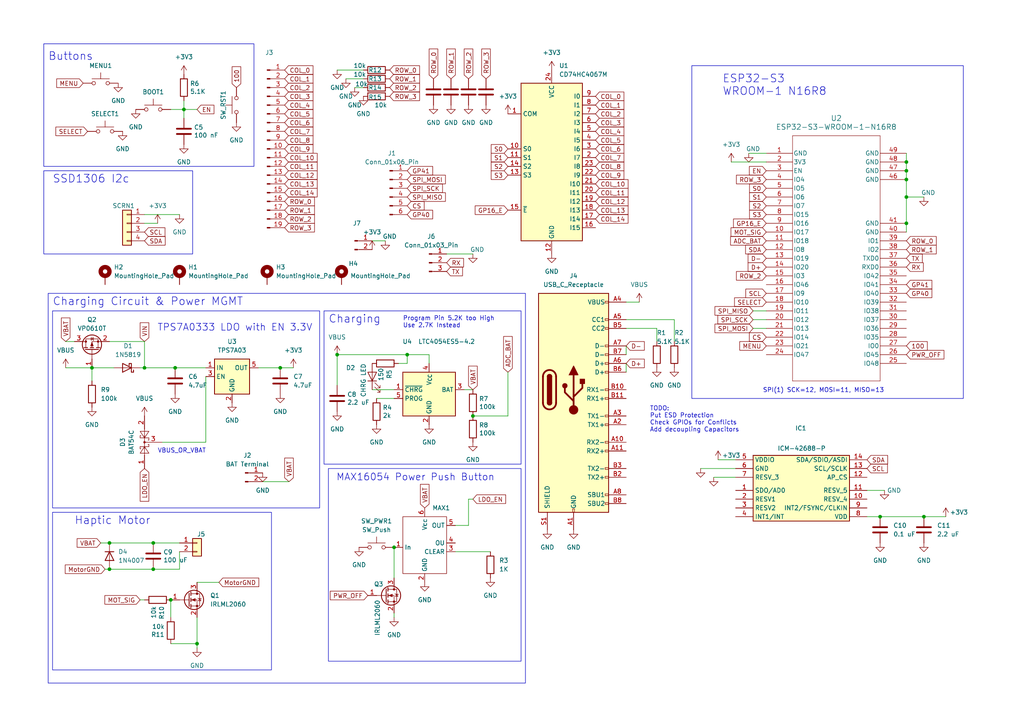
<source format=kicad_sch>
(kicad_sch (version 20250114) (generator "eeschema") (generator_version "9.0")
  (paper "A4")
  (rectangle (start 13.97 85.09) (end 152.4 198.12))
  (rectangle (start 93.98 90.17) (end 151.13 134.62))
  (rectangle (start 200.66 19.05) (end 279.4 115.57))
  (rectangle (start 95.25 135.89) (end 151.13 191.77))
  (rectangle (start 12.7 49.53) (end 55.88 73.66))
  (rectangle (start 15.24 148.59) (end 78.74 194.31))
  (rectangle (start 15.24 90.17) (end 92.71 147.32))
  (rectangle (start 12.7 12.7) (end 73.66 48.26))
  (text "Charging Circuit & Power MGMT" (at 15.24 88.9 0) (effects (font (size 2.27 2.27)) (justify left bottom)))
  (text "Haptic Motor" (at 21.59 152.4 0) (effects (font (size 2.27 2.27)) (justify left bottom)))
  (text "Buttons" (at 13.97 17.78 0) (effects (font (size 2.27 2.27)) (justify left bottom)))
  (text "ESP32-S3\nWROOM-1 N16R8" (at 209.55 27.94 0) (effects (font (size 2.27 2.27)) (justify left bottom)))
  (text "TODO:\nPut ESD Protection\nCheck GPIOs for Conflicts\nAdd decoupling Capacitors" (at 188.468 125.476 0) (effects (font (size 1.27 1.27)) (justify left bottom)))
  (text "TPS7A0333 LDO with EN 3.3V" (at 90.678 96.266 0) (effects (font (size 2 2)) (justify right bottom)))
  (text "SPI(1) SCK=12, MOSI=11, MISO=13" (at 221.234 114.046 0) (effects (font (size 1.27 1.27)) (justify left bottom)))
  (text "SSD1306 I2c" (at 15.24 53.34 0) (effects (font (size 2.27 2.27)) (justify left bottom)))
  (text "Program Pin 5.2K too High\nUse 2.7K Instead\n" (at 116.84 95.25 0) (effects (font (size 1.27 1.27)) (justify left bottom)))
  (text "MAX16054 Power Push Button" (at 143.51 139.7 0) (effects (font (size 2 2)) (justify right bottom)))
  (text "VBUS_OR_VBAT" (at 45.72 131.572 0) (effects (font (size 1.27 1.27)) (justify left bottom)))
  (text "Charging\n" (at 95.25 93.98 0) (effects (font (size 2.27 2.27)) (justify left bottom)))
  (junction (at 262.89 52.07))
  (junction (at 262.89 49.53))
  (junction (at 262.89 57.15))
  (junction (at 97.79 102.87))
  (junction (at 31.75 165.1))
  (junction (at 262.89 64.77))
  (junction (at 50.8 106.68))
  (junction (at 114.3 158.75))
  (junction (at 137.16 120.65))
  (junction (at 118.11 102.87))
  (junction (at 49.53 173.99))
  (junction (at 262.89 46.99))
  (junction (at 53.34 31.75))
  (junction (at 44.45 157.48))
  (junction (at 26.67 106.68))
  (junction (at 44.45 165.1))
  (junction (at 267.97 149.86))
  (junction (at 31.75 157.48))
  (junction (at 255.27 149.86))
  (junction (at 81.28 106.68))
  (junction (at 57.15 186.69))
  (junction (at 41.91 106.68))
  (wire (pts (xy 26.67 106.68) (xy 26.67 110.49)))
  (wire (pts (xy 40.64 106.68) (xy 41.91 106.68)))
  (wire (pts (xy 41.91 106.68) (xy 50.8 106.68)))
  (wire (pts (xy 262.89 64.77) (xy 262.89 67.31)))
  (wire (pts (xy 57.15 186.69) (xy 57.15 179.07)))
  (wire (pts (xy 218.44 90.17) (xy 222.25 90.17)))
  (wire (pts (xy 262.89 57.15) (xy 262.89 64.77)))
  (wire (pts (xy 52.07 165.1) (xy 44.45 165.1)))
  (wire (pts (xy 118.11 105.41) (xy 118.11 102.87)))
  (wire (pts (xy 208.28 133.35) (xy 213.36 133.35)))
  (wire (pts (xy 19.05 106.68) (xy 26.67 106.68)))
  (wire (pts (xy 53.34 31.75) (xy 53.34 34.29)))
  (wire (pts (xy 262.89 44.45) (xy 262.89 46.99)))
  (wire (pts (xy 118.11 102.87) (xy 124.46 102.87)))
  (wire (pts (xy 46.99 128.27) (xy 59.69 128.27)))
  (wire (pts (xy 147.32 107.95) (xy 147.32 120.65)))
  (wire (pts (xy 49.53 186.69) (xy 57.15 186.69)))
  (wire (pts (xy 124.46 102.87) (xy 124.46 105.41)))
  (wire (pts (xy 135.89 152.4) (xy 132.08 152.4)))
  (wire (pts (xy 83.82 139.7) (xy 76.2 139.7)))
  (wire (pts (xy 262.89 46.99) (xy 262.89 49.53)))
  (wire (pts (xy 114.3 158.75) (xy 114.3 167.64)))
  (wire (pts (xy 267.97 149.86) (xy 255.27 149.86)))
  (wire (pts (xy 207.01 138.43) (xy 213.36 138.43)))
  (wire (pts (xy 45.72 64.77) (xy 41.91 64.77)))
  (wire (pts (xy 190.5 95.25) (xy 190.5 99.06)))
  (wire (pts (xy 256.54 142.24) (xy 251.46 142.24)))
  (wire (pts (xy 97.79 111.76) (xy 97.79 102.87)))
  (wire (pts (xy 181.61 105.41) (xy 181.61 107.95)))
  (wire (pts (xy 109.22 115.57) (xy 114.3 115.57)))
  (wire (pts (xy 217.17 44.45) (xy 222.25 44.45)))
  (wire (pts (xy 218.44 95.25) (xy 222.25 95.25)))
  (wire (pts (xy 59.69 128.27) (xy 59.69 109.22)))
  (wire (pts (xy 49.53 179.07) (xy 49.53 173.99)))
  (wire (pts (xy 218.44 92.71) (xy 222.25 92.71)))
  (wire (pts (xy 50.8 106.68) (xy 59.69 106.68)))
  (wire (pts (xy 203.2 135.89) (xy 213.36 135.89)))
  (wire (pts (xy 212.09 46.99) (xy 222.25 46.99)))
  (wire (pts (xy 111.76 69.85) (xy 107.95 69.85)))
  (wire (pts (xy 102.87 25.4) (xy 105.41 25.4)))
  (wire (pts (xy 53.34 29.21) (xy 53.34 31.75)))
  (wire (pts (xy 19.05 99.06) (xy 21.59 99.06)))
  (wire (pts (xy 137.16 120.65) (xy 147.32 120.65)))
  (wire (pts (xy 41.91 99.06) (xy 41.91 106.68)))
  (wire (pts (xy 53.34 31.75) (xy 57.15 31.75)))
  (wire (pts (xy 49.53 31.75) (xy 53.34 31.75)))
  (wire (pts (xy 31.75 99.06) (xy 41.91 99.06)))
  (wire (pts (xy 181.61 100.33) (xy 181.61 102.87)))
  (wire (pts (xy 41.91 173.99) (xy 40.64 173.99)))
  (wire (pts (xy 85.09 106.68) (xy 81.28 106.68)))
  (wire (pts (xy 135.89 144.78) (xy 135.89 152.4)))
  (wire (pts (xy 115.57 105.41) (xy 118.11 105.41)))
  (wire (pts (xy 31.75 157.48) (xy 44.45 157.48)))
  (wire (pts (xy 137.16 73.66) (xy 129.54 73.66)))
  (wire (pts (xy 44.45 165.1) (xy 31.75 165.1)))
  (wire (pts (xy 97.79 20.32) (xy 105.41 20.32)))
  (wire (pts (xy 107.95 113.03) (xy 114.3 113.03)))
  (wire (pts (xy 255.27 149.86) (xy 251.46 149.86)))
  (wire (pts (xy 44.45 157.48) (xy 52.07 157.48)))
  (wire (pts (xy 31.75 165.1) (xy 30.48 165.1)))
  (wire (pts (xy 29.21 157.48) (xy 31.75 157.48)))
  (wire (pts (xy 100.33 22.86) (xy 105.41 22.86)))
  (wire (pts (xy 262.89 49.53) (xy 262.89 52.07)))
  (wire (pts (xy 267.97 57.15) (xy 262.89 57.15)))
  (wire (pts (xy 81.28 106.68) (xy 74.93 106.68)))
  (wire (pts (xy 274.32 149.86) (xy 267.97 149.86)))
  (wire (pts (xy 137.16 144.78) (xy 135.89 144.78)))
  (wire (pts (xy 132.08 160.02) (xy 142.24 160.02)))
  (wire (pts (xy 114.3 177.8) (xy 114.3 179.07)))
  (wire (pts (xy 262.89 52.07) (xy 262.89 57.15)))
  (wire (pts (xy 57.15 187.96) (xy 57.15 186.69)))
  (wire (pts (xy 181.61 95.25) (xy 190.5 95.25)))
  (wire (pts (xy 52.07 62.23) (xy 41.91 62.23)))
  (wire (pts (xy 195.58 92.71) (xy 195.58 99.06)))
  (wire (pts (xy 26.67 106.68) (xy 33.02 106.68)))
  (wire (pts (xy 185.42 87.63) (xy 181.61 87.63)))
  (wire (pts (xy 52.07 160.02) (xy 52.07 165.1)))
  (wire (pts (xy 63.5 168.91) (xy 57.15 168.91)))
  (wire (pts (xy 97.79 102.87) (xy 118.11 102.87)))
  (wire (pts (xy 134.62 113.03) (xy 137.16 113.03)))
  (wire (pts (xy 181.61 92.71) (xy 195.58 92.71)))
  (global_label "ROW_1" (shape input) (at 113.03 22.86 0) (property "Intersheetrefs" "${INTERSHEET_REFS}" (effects (hide yes))))
  (global_label "ROW_0" (shape input) (at 82.55 58.42 0) (property "Intersheetrefs" "${INTERSHEET_REFS}" (effects (hide yes))))
  (global_label "SPI_MOSI" (shape input) (at 118.11 52.07 0) (property "Intersheetrefs" "${INTERSHEET_REFS}" (effects (hide yes))))
  (global_label "ADC_BAT" (shape input) (at 222.25 69.85 180) (property "Intersheetrefs" "${INTERSHEET_REFS}" (effects (hide yes))))
  (global_label "COL_12" (shape input) (at 172.72 58.42 0) (property "Intersheetrefs" "${INTERSHEET_REFS}" (effects (hide yes))))
  (global_label "ROW_1" (shape input) (at 82.55 60.96 0) (property "Intersheetrefs" "${INTERSHEET_REFS}" (effects (hide yes))))
  (global_label "PWR_OFF" (shape input) (at 106.68 172.72 180) (property "Intersheetrefs" "${INTERSHEET_REFS}" (effects (hide yes))))
  (global_label "D-" (shape input) (at 222.25 74.93 180) (property "Intersheetrefs" "${INTERSHEET_REFS}" (effects (hide yes))))
  (global_label "COL_10" (shape input) (at 172.72 53.34 0) (property "Intersheetrefs" "${INTERSHEET_REFS}" (effects (hide yes))))
  (global_label "GP40" (shape input) (at 118.11 62.23 0) (property "Intersheetrefs" "${INTERSHEET_REFS}" (effects (hide yes))))
  (global_label "COL_7" (shape input) (at 172.72 45.72 0) (property "Intersheetrefs" "${INTERSHEET_REFS}" (effects (hide yes))))
  (global_label "CS" (shape input) (at 118.11 59.69 0) (property "Intersheetrefs" "${INTERSHEET_REFS}" (effects (hide yes))))
  (global_label "100" (shape input) (at 68.58 25.4 90) (property "Intersheetrefs" "${INTERSHEET_REFS}" (effects (hide yes))))
  (global_label "COL_4" (shape input) (at 82.55 30.48 0) (property "Intersheetrefs" "${INTERSHEET_REFS}" (effects (hide yes))))
  (global_label "D+" (shape input) (at 181.61 105.41 0) (property "Intersheetrefs" "${INTERSHEET_REFS}" (effects (hide yes))))
  (global_label "MotorGND" (shape input) (at 63.5 168.91 0) (property "Intersheetrefs" "${INTERSHEET_REFS}" (effects (hide yes))))
  (global_label "SPI_SCK" (shape input) (at 118.11 54.61 0) (property "Intersheetrefs" "${INTERSHEET_REFS}" (effects (hide yes))))
  (global_label "S0" (shape input) (at 222.25 54.61 180) (property "Intersheetrefs" "${INTERSHEET_REFS}" (effects (hide yes))))
  (global_label "S0" (shape input) (at 147.32 43.18 180) (property "Intersheetrefs" "${INTERSHEET_REFS}" (effects (hide yes))))
  (global_label "COL_5" (shape input) (at 82.55 33.02 0) (property "Intersheetrefs" "${INTERSHEET_REFS}" (effects (hide yes))))
  (global_label "GP41" (shape input) (at 262.89 82.55 0) (property "Intersheetrefs" "${INTERSHEET_REFS}" (effects (hide yes))))
  (global_label "D+" (shape input) (at 222.25 77.47 180) (property "Intersheetrefs" "${INTERSHEET_REFS}" (effects (hide yes))))
  (global_label "D-" (shape input) (at 181.61 100.33 0) (property "Intersheetrefs" "${INTERSHEET_REFS}" (effects (hide yes))))
  (global_label "SPI_MOSI" (shape input) (at 218.44 95.25 180) (property "Intersheetrefs" "${INTERSHEET_REFS}" (effects (hide yes))))
  (global_label "ROW_3" (shape input) (at 140.97 22.86 90) (property "Intersheetrefs" "${INTERSHEET_REFS}" (effects (hide yes))))
  (global_label "ROW_2" (shape input) (at 113.03 25.4 0) (property "Intersheetrefs" "${INTERSHEET_REFS}" (effects (hide yes))))
  (global_label "ROW_3" (shape input) (at 222.25 52.07 180) (property "Intersheetrefs" "${INTERSHEET_REFS}" (effects (hide yes))))
  (global_label "COL_0" (shape input) (at 82.55 20.32 0) (property "Intersheetrefs" "${INTERSHEET_REFS}" (effects (hide yes))))
  (global_label "VBAT" (shape input) (at 29.21 157.48 180) (property "Intersheetrefs" "${INTERSHEET_REFS}" (effects (hide yes))))
  (global_label "TX" (shape input) (at 262.89 74.93 0) (property "Intersheetrefs" "${INTERSHEET_REFS}" (effects (hide yes))))
  (global_label "MOT_SIG" (shape input) (at 222.25 67.31 180) (property "Intersheetrefs" "${INTERSHEET_REFS}" (effects (hide yes))))
  (global_label "RX" (shape input) (at 129.54 76.2 0) (property "Intersheetrefs" "${INTERSHEET_REFS}" (effects (hide yes))))
  (global_label "SDA" (shape input) (at 41.91 69.85 0) (property "Intersheetrefs" "${INTERSHEET_REFS}" (effects (hide yes))))
  (global_label "COL_2" (shape input) (at 82.55 25.4 0) (property "Intersheetrefs" "${INTERSHEET_REFS}" (effects (hide yes))))
  (global_label "PWR_OFF" (shape input) (at 262.89 102.87 0) (property "Intersheetrefs" "${INTERSHEET_REFS}" (effects (hide yes))))
  (global_label "COL_0" (shape input) (at 172.72 27.94 0) (property "Intersheetrefs" "${INTERSHEET_REFS}" (effects (hide yes))))
  (global_label "COL_13" (shape input) (at 82.55 53.34 0) (property "Intersheetrefs" "${INTERSHEET_REFS}" (effects (hide yes))))
  (global_label "COL_8" (shape input) (at 82.55 40.64 0) (property "Intersheetrefs" "${INTERSHEET_REFS}" (effects (hide yes))))
  (global_label "RX" (shape input) (at 262.89 77.47 0) (property "Intersheetrefs" "${INTERSHEET_REFS}" (effects (hide yes))))
  (global_label "COL_11" (shape input) (at 82.55 48.26 0) (property "Intersheetrefs" "${INTERSHEET_REFS}" (effects (hide yes))))
  (global_label "SPI_MISO" (shape input) (at 118.11 57.15 0) (property "Intersheetrefs" "${INTERSHEET_REFS}" (effects (hide yes))))
  (global_label "COL_6" (shape input) (at 172.72 43.18 0) (property "Intersheetrefs" "${INTERSHEET_REFS}" (effects (hide yes))))
  (global_label "ROW_2" (shape input) (at 135.89 22.86 90) (property "Intersheetrefs" "${INTERSHEET_REFS}" (effects (hide yes))))
  (global_label "SELECT" (shape input) (at 222.25 87.63 180) (property "Intersheetrefs" "${INTERSHEET_REFS}" (effects (hide yes))))
  (global_label "COL_9" (shape input) (at 82.55 43.18 0) (property "Intersheetrefs" "${INTERSHEET_REFS}" (effects (hide yes))))
  (global_label "COL_5" (shape input) (at 172.72 40.64 0) (property "Intersheetrefs" "${INTERSHEET_REFS}" (effects (hide yes))))
  (global_label "COL_10" (shape input) (at 82.55 45.72 0) (property "Intersheetrefs" "${INTERSHEET_REFS}" (effects (hide yes))))
  (global_label "SCL" (shape input) (at 251.46 135.89 0) (property "Intersheetrefs" "${INTERSHEET_REFS}" (effects (hide yes))))
  (global_label "ROW_2" (shape input) (at 222.25 80.01 180) (property "Intersheetrefs" "${INTERSHEET_REFS}" (effects (hide yes))))
  (global_label "VIN" (shape input) (at 41.91 99.06 90) (property "Intersheetrefs" "${INTERSHEET_REFS}" (effects (hide yes))))
  (global_label "SCL" (shape input) (at 222.25 85.09 180) (property "Intersheetrefs" "${INTERSHEET_REFS}" (effects (hide yes))))
  (global_label "MotorGND" (shape input) (at 30.48 165.1 180) (property "Intersheetrefs" "${INTERSHEET_REFS}" (effects (hide yes))))
  (global_label "SPI_MISO" (shape input) (at 218.44 90.17 180) (property "Intersheetrefs" "${INTERSHEET_REFS}" (effects (hide yes))))
  (global_label "VBAT" (shape input) (at 123.19 147.32 90) (property "Intersheetrefs" "${INTERSHEET_REFS}" (effects (hide yes))))
  (global_label "COL_2" (shape input) (at 172.72 33.02 0) (property "Intersheetrefs" "${INTERSHEET_REFS}" (effects (hide yes))))
  (global_label "ROW_3" (shape input) (at 82.55 66.04 0) (property "Intersheetrefs" "${INTERSHEET_REFS}" (effects (hide yes))))
  (global_label "MENU" (shape input) (at 222.25 100.33 180) (property "Intersheetrefs" "${INTERSHEET_REFS}" (effects (hide yes))))
  (global_label "S1" (shape input) (at 222.25 57.15 180) (property "Intersheetrefs" "${INTERSHEET_REFS}" (effects (hide yes))))
  (global_label "100" (shape input) (at 262.89 100.33 0) (property "Intersheetrefs" "${INTERSHEET_REFS}" (effects (hide yes))))
  (global_label "COL_1" (shape input) (at 82.55 22.86 0) (property "Intersheetrefs" "${INTERSHEET_REFS}" (effects (hide yes))))
  (global_label "SDA" (shape input) (at 251.46 133.35 0) (property "Intersheetrefs" "${INTERSHEET_REFS}" (effects (hide yes))))
  (global_label "CS" (shape input) (at 222.25 97.79 180) (property "Intersheetrefs" "${INTERSHEET_REFS}" (effects (hide yes))))
  (global_label "GP16_E" (shape input) (at 222.25 64.77 180) (property "Intersheetrefs" "${INTERSHEET_REFS}" (effects (hide yes))))
  (global_label "EN" (shape input) (at 222.25 49.53 180) (property "Intersheetrefs" "${INTERSHEET_REFS}" (effects (hide yes))))
  (global_label "ROW_1" (shape input) (at 262.89 72.39 0) (property "Intersheetrefs" "${INTERSHEET_REFS}" (effects (hide yes))))
  (global_label "S3" (shape input) (at 222.25 62.23 180) (property "Intersheetrefs" "${INTERSHEET_REFS}" (effects (hide yes))))
  (global_label "COL_7" (shape input) (at 82.55 38.1 0) (property "Intersheetrefs" "${INTERSHEET_REFS}" (effects (hide yes))))
  (global_label "MENU" (shape input) (at 24.13 24.13 180) (property "Intersheetrefs" "${INTERSHEET_REFS}" (effects (hide yes))))
  (global_label "COL_1" (shape input) (at 172.72 30.48 0) (property "Intersheetrefs" "${INTERSHEET_REFS}" (effects (hide yes))))
  (global_label "SPI_SCK" (shape input) (at 218.44 92.71 180) (property "Intersheetrefs" "${INTERSHEET_REFS}" (effects (hide yes))))
  (global_label "SELECT" (shape input) (at 25.4 38.1 180) (property "Intersheetrefs" "${INTERSHEET_REFS}" (effects (hide yes))))
  (global_label "COL_12" (shape input) (at 82.55 50.8 0) (property "Intersheetrefs" "${INTERSHEET_REFS}" (effects (hide yes))))
  (global_label "COL_9" (shape input) (at 172.72 50.8 0) (property "Intersheetrefs" "${INTERSHEET_REFS}" (effects (hide yes))))
  (global_label "GP16_E" (shape input) (at 147.32 60.96 180) (property "Intersheetrefs" "${INTERSHEET_REFS}" (effects (hide yes))))
  (global_label "COL_14" (shape input) (at 82.55 55.88 0) (property "Intersheetrefs" "${INTERSHEET_REFS}" (effects (hide yes))))
  (global_label "COL_3" (shape input) (at 172.72 35.56 0) (property "Intersheetrefs" "${INTERSHEET_REFS}" (effects (hide yes))))
  (global_label "ADC_BAT" (shape input) (at 147.32 107.95 90) (property "Intersheetrefs" "${INTERSHEET_REFS}" (effects (hide yes))))
  (global_label "COL_11" (shape input) (at 172.72 55.88 0) (property "Intersheetrefs" "${INTERSHEET_REFS}" (effects (hide yes))))
  (global_label "VBAT" (shape input) (at 83.82 139.7 90) (property "Intersheetrefs" "${INTERSHEET_REFS}" (effects (hide yes))))
  (global_label "ROW_3" (shape input) (at 113.03 27.94 0) (property "Intersheetrefs" "${INTERSHEET_REFS}" (effects (hide yes))))
  (global_label "LDO_EN" (shape input) (at 41.91 135.89 270) (property "Intersheetrefs" "${INTERSHEET_REFS}" (effects (hide yes))))
  (global_label "ROW_0" (shape input) (at 113.03 20.32 0) (property "Intersheetrefs" "${INTERSHEET_REFS}" (effects (hide yes))))
  (global_label "COL_4" (shape input) (at 172.72 38.1 0) (property "Intersheetrefs" "${INTERSHEET_REFS}" (effects (hide yes))))
  (global_label "VBAT" (shape input) (at 19.05 99.06 90) (property "Intersheetrefs" "${INTERSHEET_REFS}" (effects (hide yes))))
  (global_label "ROW_1" (shape input) (at 130.81 22.86 90) (property "Intersheetrefs" "${INTERSHEET_REFS}" (effects (hide yes))))
  (global_label "TX" (shape input) (at 129.54 78.74 0) (property "Intersheetrefs" "${INTERSHEET_REFS}" (effects (hide yes))))
  (global_label "LDO_EN" (shape input) (at 137.16 144.78 0) (property "Intersheetrefs" "${INTERSHEET_REFS}" (effects (hide yes))))
  (global_label "SCL" (shape input) (at 41.91 67.31 0) (property "Intersheetrefs" "${INTERSHEET_REFS}" (effects (hide yes))))
  (global_label "EN" (shape input) (at 57.15 31.75 0) (property "Intersheetrefs" "${INTERSHEET_REFS}" (effects (hide yes))))
  (global_label "S1" (shape input) (at 147.32 45.72 180) (property "Intersheetrefs" "${INTERSHEET_REFS}" (effects (hide yes))))
  (global_label "GP41" (shape input) (at 118.11 49.53 0) (property "Intersheetrefs" "${INTERSHEET_REFS}" (effects (hide yes))))
  (global_label "SDA" (shape input) (at 222.25 72.39 180) (property "Intersheetrefs" "${INTERSHEET_REFS}" (effects (hide yes))))
  (global_label "COL_6" (shape input) (at 82.55 35.56 0) (property "Intersheetrefs" "${INTERSHEET_REFS}" (effects (hide yes))))
  (global_label "GP40" (shape input) (at 262.89 85.09 0) (property "Intersheetrefs" "${INTERSHEET_REFS}" (effects (hide yes))))
  (global_label "S3" (shape input) (at 147.32 50.8 180) (property "Intersheetrefs" "${INTERSHEET_REFS}" (effects (hide yes))))
  (global_label "COL_13" (shape input) (at 172.72 60.96 0) (property "Intersheetrefs" "${INTERSHEET_REFS}" (effects (hide yes))))
  (global_label "S2" (shape input) (at 147.32 48.26 180) (property "Intersheetrefs" "${INTERSHEET_REFS}" (effects (hide yes))))
  (global_label "COL_14" (shape input) (at 172.72 63.5 0) (property "Intersheetrefs" "${INTERSHEET_REFS}" (effects (hide yes))))
  (global_label "MOT_SIG" (shape input) (at 40.64 173.99 180) (property "Intersheetrefs" "${INTERSHEET_REFS}" (effects (hide yes))))
  (global_label "ROW_2" (shape input) (at 82.55 63.5 0) (property "Intersheetrefs" "${INTERSHEET_REFS}" (effects (hide yes))))
  (global_label "VBAT" (shape input) (at 137.16 113.03 90) (property "Intersheetrefs" "${INTERSHEET_REFS}" (effects (hide yes))))
  (global_label "S2" (shape input) (at 222.25 59.69 180) (property "Intersheetrefs" "${INTERSHEET_REFS}" (effects (hide yes))))
  (global_label "COL_8" (shape input) (at 172.72 48.26 0) (property "Intersheetrefs" "${INTERSHEET_REFS}" (effects (hide yes))))
  (global_label "COL_3" (shape input) (at 82.55 27.94 0) (property "Intersheetrefs" "${INTERSHEET_REFS}" (effects (hide yes))))
  (global_label "ROW_0" (shape input) (at 125.73 22.86 90) (property "Intersheetrefs" "${INTERSHEET_REFS}" (effects (hide yes))))
  (global_label "ROW_0" (shape input) (at 262.89 69.85 0) (property "Intersheetrefs" "${INTERSHEET_REFS}" (effects (hide yes))))
  (symbol (lib_id "Switch:SW_Push") (at 68.58 30.48 90) (unit 1)
    (property "Reference" "SW_RST1" (at 64.77 30.48 0))
    (property "Value" "SW_Push" (effects (hide yes)))
    (property "Footprint" "OpenMuscleDevKit:EVQP2P02M" (effects (hide yes)))
  )
  (symbol (lib_id "Switch:SW_Push") (at 44.45 31.75 0) (unit 1)
    (property "Reference" "BOOT1" (at 44.45 26.67 0))
    (property "Value" "SW_Push" (effects (hide yes)))
    (property "Footprint" "OpenMuscleDevKit:EVQP2P02M" (effects (hide yes)))
  )
  (symbol (lib_id "power:GND") (at 97.79 119.38 0) (unit 1)
    (property "Reference" "#PWR034" (effects (hide yes)))
    (property "Value" "GND" (at 97.79 124.46 0))
  )
  (symbol (lib_id "Device:R") (at 109.22 20.32 90) (unit 1)
    (property "Reference" "R12" (at 110.744 20.32 90) (effects (justify left)))
    (property "Value" "10k" (at 106.172 19.05 90) (effects (justify left)))
    (property "Footprint" "Resistor_SMD:R_0603_1608Metric" (effects (hide yes)))
    (property "JLCPN" "C25905" (effects (hide yes)))
  )
  (symbol (lib_id "Device:C") (at 255.27 153.67 0) (unit 1)
    (property "Reference" "C10" (at 259.08 152.3999 0) (effects (justify left)))
    (property "Value" "0.1 uF" (at 259.08 154.9399 0) (effects (justify left)))
    (property "Footprint" "Capacitor_SMD:C_0603_1608Metric" (effects (hide yes)))
  )
  (symbol (lib_id "power:GND") (at 135.89 30.48 0) (unit 1)
    (property "Reference" "#PWR014" (effects (hide yes)))
    (property "Value" "GND" (at 135.89 35.56 0))
    (property "Description" "Power symbol creates a global label with name \"GND\" , ground" (effects (hide yes)))
  )
  (symbol (lib_id "Device:R") (at 109.22 22.86 90) (unit 1)
    (property "Reference" "R13" (at 110.744 22.86 90) (effects (justify left)))
    (property "Value" "10k" (at 106.172 21.59 90) (effects (justify left)))
    (property "Footprint" "Resistor_SMD:R_0603_1608Metric" (effects (hide yes)))
    (property "JLCPN" "C25905" (effects (hide yes)))
  )
  (symbol (lib_id "ChargingStuffsLib:MAX16054") (at 123.19 152.4 0) (unit 1)
    (property "Reference" "MAX1" (at 125.3841 147.32 0) (effects (justify left)))
    (property "Value" "~" (at 123.19 152.4 0))
    (property "Footprint" "Package_TO_SOT_SMD:SOT-23-6" (effects (hide yes)))
  )
  (symbol (lib_id "Device:R") (at 137.16 116.84 0) (unit 1)
    (property "Reference" "R7" (at 138.938 115.6716 0) (effects (justify left)))
    (property "Value" "100k" (at 138.938 117.983 0) (effects (justify left)))
    (property "Footprint" "Resistor_SMD:R_0603_1608Metric" (effects (hide yes)))
    (property "JLCPN" "C25905" (effects (hide yes)))
  )
  (symbol (lib_id "power:GND") (at 125.73 30.48 0) (unit 1)
    (property "Reference" "#PWR010" (effects (hide yes)))
    (property "Value" "GND" (at 125.73 35.56 0))
    (property "Description" "Power symbol creates a global label with name \"GND\" , ground" (effects (hide yes)))
  )
  (symbol (lib_id "power:GND") (at 158.75 153.67 0) (unit 1)
    (property "Reference" "#PWR019" (effects (hide yes)))
    (property "Value" "GND" (at 158.75 158.75 0))
  )
  (symbol (lib_id "Device:R") (at 109.22 27.94 90) (unit 1)
    (property "Reference" "R15" (at 110.744 28.194 90) (effects (justify left)))
    (property "Value" "10k" (at 112.268 30.48 90) (effects (justify left)))
    (property "Footprint" "Resistor_SMD:R_0603_1608Metric" (effects (hide yes)))
    (property "JLCPN" "C25905" (effects (hide yes)))
  )
  (symbol (lib_id "Device:C") (at 81.28 110.49 0) (unit 1)
    (property "Reference" "C7" (at 85.09 109.22 0) (effects (justify left)))
    (property "Value" "4.7uF" (at 85.09 111.76 0) (effects (justify left)))
    (property "Footprint" "Capacitor_SMD:C_0805_2012Metric" (effects (hide yes)))
  )
  (symbol (lib_id "Device:R") (at 137.16 124.46 0) (unit 1)
    (property "Reference" "R8" (at 138.938 123.2916 0) (effects (justify left)))
    (property "Value" "100k" (at 138.938 125.603 0) (effects (justify left)))
    (property "Footprint" "Resistor_SMD:R_0603_1608Metric" (effects (hide yes)))
    (property "JLCPN" "C25905" (effects (hide yes)))
  )
  (symbol (lib_id "power:GND") (at 57.15 187.96 0) (unit 1)
    (property "Reference" "#PWR057" (effects (hide yes)))
    (property "Value" "GND" (at 57.15 193.04 0))
  )
  (symbol (lib_id "power:GND") (at 104.14 158.75 0) (unit 1)
    (property "Reference" "#PWR022" (effects (hide yes)))
    (property "Value" "GND" (at 104.14 163.83 0))
  )
  (symbol (lib_id "power:GND") (at 195.58 106.68 0) (unit 1)
    (property "Reference" "#PWR047" (effects (hide yes)))
    (property "Value" "GND" (at 195.58 111.76 0))
  )
  (symbol (lib_id "Device:R") (at 190.5 102.87 0) (unit 1)
    (property "Reference" "R1" (at 190.5 96.52 0) (effects (justify left)))
    (property "Value" "5.1K" (at 190.5 99.06 0) (effects (justify left)))
    (property "Footprint" "Resistor_SMD:R_0603_1608Metric" (effects (hide yes)))
    (property "JLCPN" "C25905" (effects (hide yes)))
  )
  (symbol (lib_id "power:VBUS") (at 41.91 120.65 0) (unit 1)
    (property "Reference" "#PWR056" (effects (hide yes)))
    (property "Value" "VBUS" (at 41.91 115.57 0))
  )
  (symbol (lib_id "Regulator_Linear:TPS7A0508PDBV") (at 67.31 109.22 0) (unit 1)
    (property "Reference" "U3" (at 67.31 99.06 0))
    (property "Value" "TPS7A03" (at 67.31 101.6 0))
    (property "Footprint" "Package_TO_SOT_SMD:SOT-23-5" (effects (hide yes)))
    (property "Datasheet" "https://www.ti.com/lit/ds/symlink/tps7a05.pdf" (effects (hide yes)))
  )
  (symbol (lib_id "Diode:1N4007") (at 31.75 161.29 270) (unit 1)
    (property "Reference" "D4" (at 34.29 160.02 90) (effects (justify left)))
    (property "Value" "1N4007" (at 34.29 162.56 90) (effects (justify left)))
    (property "Footprint" "Diode_SMD:D_SOD-123" (effects (hide yes)))
    (property "Datasheet" "http://www.vishay.com/docs/88503/1n4001.pdf" (effects (hide yes)))
    (property "Sim.Device" "D" (effects (hide yes)))
    (property "Sim.Pins" "1=K 2=A" (effects (hide yes)))
  )
  (symbol (lib_id "power:GND") (at 50.8 114.3 0) (unit 1)
    (property "Reference" "#PWR024" (effects (hide yes)))
    (property "Value" "GND" (at 50.8 119.38 0))
  )
  (symbol (lib_id "Device:C") (at 50.8 110.49 0) (unit 1)
    (property "Reference" "C6" (at 54.61 109.22 0) (effects (justify left)))
    (property "Value" "4.7uF" (at 54.61 111.76 0) (effects (justify left)))
    (property "Footprint" "Capacitor_SMD:C_0805_2012Metric" (effects (hide yes)))
  )
  (symbol (lib_id "Device:C") (at 140.97 26.67 180) (unit 1)
    (property "Reference" "C15" (effects (hide yes)))
    (property "Value" "2.2 uF" (effects (hide yes)))
    (property "Footprint" "Capacitor_SMD:C_0603_1608Metric" (effects (hide yes)))
    (property "JLCPN" "C12530" (effects (hide yes)))
  )
  (symbol (lib_id "Device:R") (at 45.72 173.99 270) (unit 1)
    (property "Reference" "R10" (at 46.8884 175.768 0) (effects (justify left)))
    (property "Value" "10k" (at 44.577 175.768 0) (effects (justify left)))
    (property "Footprint" "Resistor_SMD:R_0603_1608Metric" (effects (hide yes)))
    (property "JLCPN" "C25744" (effects (hide yes)))
  )
  (symbol (lib_id "power:+3V3") (at 53.34 21.59 0) (unit 1)
    (property "Reference" "#PWR050" (effects (hide yes)))
    (property "Value" "+3V3" (at 53.34 16.51 0))
  )
  (symbol (lib_id "power:GND") (at 34.29 24.13 0) (unit 1)
    (property "Reference" "#PWR036" (effects (hide yes)))
    (property "Value" "GND" (at 34.29 29.21 0))
  )
  (symbol (lib_id "power:+3V3") (at 147.32 33.02 0) (unit 1)
    (property "Reference" "#PWR069" (effects (hide yes)))
    (property "Value" "+3V3" (at 147.32 27.94 0))
  )
  (symbol (lib_id "power:GND") (at 255.27 157.48 0) (unit 1)
    (property "Reference" "#PWR061" (effects (hide yes)))
    (property "Value" "GND" (at 255.27 162.56 0))
  )
  (symbol (lib_id "power:GND") (at 100.33 22.86 0) (unit 1)
    (property "Reference" "#PWR08" (effects (hide yes)))
    (property "Value" "GND" (at 100.33 27.94 0))
    (property "Description" "Power symbol creates a global label with name \"GND\" , ground" (effects (hide yes)))
  )
  (symbol (lib_id "Connector:Conn_01x19_Pin") (at 77.47 43.18 0) (unit 1)
    (property "Reference" "J3" (at 78.105 15.24 0))
    (property "Value" "Conn_01x19_Pin" (effects (hide yes)))
    (property "Footprint" "OpenMuscleDevKit:FFC-19-.6mmP" (effects (hide yes)))
    (property "Description" "Generic connector, single row, 01x19, script generated" (effects (hide yes)))
  )
  (symbol (lib_id "power:GND") (at 109.22 123.19 0) (unit 1)
    (property "Reference" "#PWR035" (effects (hide yes)))
    (property "Value" "GND" (at 109.22 128.27 0))
  )
  (symbol (lib_id "power:+3V3") (at 212.09 46.99 0) (unit 1)
    (property "Reference" "#PWR054" (effects (hide yes)))
    (property "Value" "+3V3" (at 212.09 41.91 0))
  )
  (symbol (lib_id "Transistor_FET:VP0610T") (at 26.67 101.6 90) (unit 1)
    (property "Reference" "Q2" (at 26.67 92.71 90))
    (property "Value" "VP0610T" (at 26.67 95.25 90))
    (property "Footprint" "Package_TO_SOT_SMD:SOT-23" (effects (hide yes)))
    (property "Datasheet" "http://www.vishay.com/docs/70209/70209.pdf" (effects (hide yes)))
  )
  (symbol (lib_id "ICM-42688-P:ICM-42688-P") (at 213.36 139.7 0) (unit 1)
    (property "Reference" "IC1" (at 230.632 124.206 0) (effects (justify left)))
    (property "Value" "ICM-42688-P" (at 239.522 130.048 0) (effects (justify right)))
    (property "Footprint" "IIM42352" (effects (hide yes)))
    (property "Datasheet" "https://3cfeqx1hf82y3xcoull08ihx-wpengine.netdna-ssl.com/wp-content/uploads/2021/06/DS-000347-ICM-42688-P-v1.5.pdf" (effects (hide yes)))
    (property "Description" "IMU 6-Axis" (effects (hide yes)))
    (property "Mouser Part Number" "410-ICM-42688-P" (effects (hide yes)))
    (property "Mouser Price/Stock" "https://www.mouser.co.uk/ProductDetail/TDK-InvenSense/ICM-42688-P?qs=OlC7AqGiEDk8QrNAV728zw%3D%3D" (effects (hide yes)))
    (property "Manufacturer_Name" "TDK" (effects (hide yes)))
    (property "Manufacturer_Part_Number" "ICM-42688-P" (effects (hide yes)))
  )
  (symbol (lib_id "Battery_Management:LTC4054ES5-4.2") (at 124.46 113.03 0) (unit 1)
    (property "Reference" "U4" (at 118.11 99.06 0))
    (property "Value" "LTC4054ES5-4.2" (at 129.54 99.06 0))
    (property "Footprint" "Package_TO_SOT_SMD:TSOT-23-5" (effects (hide yes)))
    (property "Datasheet" "https://www.analog.com/media/en/technical-documentation/data-sheets/405442xf.pdf" (effects (hide yes)))
  )
  (symbol (lib_id "power:+3V3") (at 45.72 64.77 0) (unit 1)
    (property "Reference" "#PWR043" (effects (hide yes)))
    (property "Value" "+3V3" (at 45.72 59.69 0))
  )
  (symbol (lib_id "Transistor_FET:IRLML2060") (at 111.76 172.72 0) (unit 1)
    (property "Reference" "Q3" (at 108.458 169.418 0) (effects (justify left)))
    (property "Value" "IRLML2060" (at 109.474 184.404 90) (effects (justify left)))
    (property "Footprint" "Package_TO_SOT_SMD:SOT-23" (effects (hide yes)))
    (property "Datasheet" "https://www.infineon.com/dgdl/irlml2060pbf.pdf?fileId=5546d462533600a401535664b7fb25ee" (effects (hide yes)))
  )
  (symbol (lib_id "power:GND") (at 203.2 135.89 0) (unit 1)
    (property "Reference" "#PWR059" (effects (hide yes)))
    (property "Value" "GND" (effects (hide yes)))
  )
  (symbol (lib_id "power:GND") (at 52.07 62.23 0) (unit 1)
    (property "Reference" "#PWR044" (effects (hide yes)))
    (property "Value" "GND" (at 52.07 67.31 0))
  )
  (symbol (lib_id "Device:C") (at 130.81 26.67 180) (unit 1)
    (property "Reference" "C13" (effects (hide yes)))
    (property "Value" "2.2 uF" (effects (hide yes)))
    (property "Footprint" "Capacitor_SMD:C_0603_1608Metric" (effects (hide yes)))
    (property "JLCPN" "C12530" (effects (hide yes)))
  )
  (symbol (lib_id "Mechanical:MountingHole_Pad") (at 77.47 80.01 0) (unit 1) (in_bom no)
    (property "Reference" "H3" (at 80.01 77.4699 0) (effects (justify left)))
    (property "Value" "MountingHole_Pad" (at 80.01 80.0099 0) (effects (justify left)))
    (property "Footprint" "MountingHole:MountingHole_2.2mm_M2" (effects (hide yes)))
    (property "Description" "Mounting Hole with connection" (effects (hide yes)))
  )
  (symbol (lib_id "Mechanical:MountingHole_Pad") (at 30.48 80.01 0) (unit 1) (in_bom no)
    (property "Reference" "H2" (at 33.02 77.4699 0) (effects (justify left)))
    (property "Value" "MountingHole_Pad" (at 33.02 80.0099 0) (effects (justify left)))
    (property "Footprint" "MountingHole:MountingHole_2.2mm_M2" (effects (hide yes)))
    (property "Description" "Mounting Hole with connection" (effects (hide yes)))
  )
  (symbol (lib_id "Device:C") (at 267.97 153.67 0) (unit 1)
    (property "Reference" "C11" (at 271.78 152.3999 0) (effects (justify left)))
    (property "Value" "2.2 uF" (at 271.78 154.9399 0) (effects (justify left)))
    (property "Footprint" "Capacitor_SMD:C_0603_1608Metric" (effects (hide yes)))
  )
  (symbol (lib_id "power:GND") (at 53.34 41.91 0) (unit 1)
    (property "Reference" "#PWR048" (effects (hide yes)))
    (property "Value" "GND" (at 53.34 46.99 0))
  )
  (symbol (lib_id "Connector:USB_C_Receptacle") (at 166.37 113.03 0) (unit 1)
    (property "Reference" "J4" (at 166.37 80.01 0))
    (property "Value" "USB_C_Receptacle" (at 166.37 82.55 0))
    (property "Footprint" "Connector_USB:USB_C_Receptacle_HRO_TYPE-C-31-M-12" (effects (hide yes)))
    (property "Datasheet" "https://www.usb.org/sites/default/files/documents/usb_type-c.zip" (effects (hide yes)))
  )
  (symbol (lib_id "Device:C") (at 135.89 26.67 180) (unit 1)
    (property "Reference" "C14" (effects (hide yes)))
    (property "Value" "2.2 uF" (effects (hide yes)))
    (property "Footprint" "Capacitor_SMD:C_0603_1608Metric" (effects (hide yes)))
    (property "JLCPN" "C12530" (effects (hide yes)))
  )
  (symbol (lib_id "Connector:Conn_01x02_Pin") (at 71.12 137.16 0) (unit 1)
    (property "Reference" "J2" (at 71.755 132.08 0))
    (property "Value" "BAT Terminal" (at 71.755 134.62 0))
    (property "Footprint" "Connector_PinHeader_2.54mm:PinHeader_1x02_P2.54mm_Vertical" (effects (hide yes)))
    (property "Description" "Generic connector, single row, 01x02, script generated" (effects (hide yes)))
  )
  (symbol (lib_id "power:GND") (at 137.16 73.66 0) (unit 1)
    (property "Reference" "#PWR012" (effects (hide yes)))
    (property "Value" "GND" (at 138.43 72.39 0))
  )
  (symbol (lib_id "Switch:SW_Push") (at 30.48 38.1 0) (unit 1)
    (property "Reference" "SELECT1" (at 30.48 33.02 0))
    (property "Value" "SW_Push" (effects (hide yes)))
    (property "Footprint" "OpenMuscleDevKit:EVQP2P02M" (effects (hide yes)))
  )
  (symbol (lib_id "power:GND") (at 267.97 157.48 0) (unit 1)
    (property "Reference" "#PWR062" (effects (hide yes)))
    (property "Value" "GND" (at 267.97 162.56 0))
  )
  (symbol (lib_id "power:+3V3") (at 274.32 149.86 0) (unit 1)
    (property "Reference" "#PWR060" (effects (hide yes)))
    (property "Value" "+3V3" (at 278.13 148.59 0))
  )
  (symbol (lib_id "power:+3V3") (at 160.02 20.32 0) (unit 1)
    (property "Reference" "#PWR068" (effects (hide yes)))
    (property "Value" "+3V3" (at 160.02 15.24 0))
  )
  (symbol (lib_id "power:GND") (at 111.76 69.85 0) (unit 1)
    (property "Reference" "#PWR016" (effects (hide yes)))
    (property "Value" "GND" (at 113.03 68.58 0))
  )
  (symbol (lib_id "Device:R") (at 142.24 163.83 0) (unit 1)
    (property "Reference" "R3" (at 144.78 162.56 0) (effects (justify left)))
    (property "Value" "1K" (at 144.78 165.1 0) (effects (justify left)))
    (property "Footprint" "Resistor_SMD:R_0603_1608Metric" (effects (hide yes)))
  )
  (symbol (lib_id "Connector_Generic:Conn_01x02") (at 57.15 157.48 0) (unit 1)
    (property "Reference" "J5" (at 57.15 154.94 0) (effects (justify left)))
    (property "Value" "Conn_01x02" (effects (hide yes)))
    (property "Footprint" "Connector_PinHeader_2.00mm:PinHeader_1x02_P2.00mm_Vertical" (effects (hide yes)))
  )
  (symbol (lib_id "power:GND") (at 39.37 31.75 0) (unit 1)
    (property "Reference" "#PWR049" (effects (hide yes)))
    (property "Value" "GND" (at 39.37 36.83 0))
  )
  (symbol (lib_id "power:GND") (at 114.3 179.07 0) (unit 1)
    (property "Reference" "#PWR058" (effects (hide yes)))
    (property "Value" "GND" (at 114.3 184.15 0))
  )
  (symbol (lib_id "power:VBUS") (at 97.79 102.87 0) (unit 1)
    (property "Reference" "#PWR033" (effects (hide yes)))
    (property "Value" "VBUS" (at 97.79 97.79 0))
  )
  (symbol (lib_id "Mechanical:MountingHole_Pad") (at 52.07 80.01 0) (unit 1) (in_bom no)
    (property "Reference" "H1" (at 54.61 77.4699 0) (effects (justify left)))
    (property "Value" "MountingHole_Pad" (at 54.61 80.0099 0) (effects (justify left)))
    (property "Footprint" "MountingHole:MountingHole_2.2mm_M2" (effects (hide yes)))
    (property "Description" "Mounting Hole with connection" (effects (hide yes)))
  )
  (symbol (lib_id "Device:R") (at 109.22 119.38 0) (unit 1)
    (property "Reference" "R4" (at 110.998 118.2116 0) (effects (justify left)))
    (property "Value" "2k" (at 110.998 120.523 0) (effects (justify left)))
    (property "Footprint" "Resistor_SMD:R_0603_1608Metric" (effects (hide yes)))
    (property "JLCPN" "C25905" (effects (hide yes)))
  )
  (symbol (lib_id "Diode:BAT54C") (at 41.91 128.27 90) (unit 1)
    (property "Reference" "D3" (at 35.56 128.27 0))
    (property "Value" "BAT54C" (at 38.1 128.27 0))
    (property "Footprint" "Package_TO_SOT_SMD:SOT-23" (effects (hide yes)))
    (property "Datasheet" "http://www.diodes.com/_files/datasheets/ds11005.pdf" (effects (hide yes)))
    (property "Description" "dual schottky barrier diode, common cathode" (effects (hide yes)))
  )
  (symbol (lib_id "power:GND") (at 142.24 167.64 0) (unit 1)
    (property "Reference" "#PWR031" (effects (hide yes)))
    (property "Value" "GND" (at 142.24 172.72 0))
  )
  (symbol (lib_id "power:GND") (at 26.67 118.11 0) (unit 1)
    (property "Reference" "#PWR052" (effects (hide yes)))
    (property "Value" "GND" (at 26.67 123.19 0))
  )
  (symbol (lib_id "power:GND") (at 76.2 137.16 0) (unit 1)
    (property "Reference" "#PWR039" (effects (hide yes)))
    (property "Value" "GND" (at 76.2 142.24 0))
  )
  (symbol (lib_id "Device:R") (at 53.34 25.4 0) (unit 1)
    (property "Reference" "R6" (at 55.118 24.2316 0) (effects (justify left)))
    (property "Value" "5.1K" (at 55.118 26.543 0) (effects (justify left)))
    (property "Footprint" "Resistor_SMD:R_0603_1608Metric" (effects (hide yes)))
    (property "JLCPN" "C25905" (effects (hide yes)))
  )
  (symbol (lib_id "power:GND") (at 190.5 106.68 0) (unit 1)
    (property "Reference" "#PWR046" (effects (hide yes)))
    (property "Value" "GND" (at 190.5 111.76 0))
  )
  (symbol (lib_id "power:GND") (at 102.87 25.4 0) (unit 1)
    (property "Reference" "#PWR07" (effects (hide yes)))
    (property "Value" "GND" (at 102.87 30.48 0))
    (property "Description" "Power symbol creates a global label with name \"GND\" , ground" (effects (hide yes)))
  )
  (symbol (lib_id "Device:R") (at 26.67 114.3 0) (unit 1)
    (property "Reference" "R9" (at 29.21 113.03 0) (effects (justify left)))
    (property "Value" "100k" (at 29.21 115.57 0) (effects (justify left)))
    (property "Footprint" "Resistor_SMD:R_0603_1608Metric" (effects (hide yes)))
  )
  (symbol (lib_id "power:GND") (at 137.16 128.27 0) (unit 1)
    (property "Reference" "#PWR051" (effects (hide yes)))
    (property "Value" "GND" (at 137.16 133.35 0))
  )
  (symbol (lib_id "Device:C") (at 53.34 38.1 180) (unit 1)
    (property "Reference" "C5" (at 56.261 36.9316 0) (effects (justify right)))
    (property "Value" "100 nF" (at 56.261 39.243 0) (effects (justify right)))
    (property "Footprint" "Capacitor_SMD:C_0603_1608Metric" (effects (hide yes)))
    (property "JLCPN" "C1525" (effects (hide yes)))
  )
  (symbol (lib_id "Switch:SW_Push") (at 109.22 158.75 0) (unit 1)
    (property "Reference" "SW_PWR1" (at 109.22 151.13 0))
    (property "Value" "SW_Push" (at 109.22 153.67 0))
    (property "Footprint" "OpenMuscleDevKit:EVQP2P02M" (effects (hide yes)))
  )
  (symbol (lib_id "power:GND") (at 130.81 30.48 0) (unit 1)
    (property "Reference" "#PWR013" (effects (hide yes)))
    (property "Value" "GND" (at 130.81 35.56 0))
    (property "Description" "Power symbol creates a global label with name \"GND\" , ground" (effects (hide yes)))
  )
  (symbol (lib_id "Device:R") (at 109.22 25.4 90) (unit 1)
    (property "Reference" "R14" (at 110.744 25.4 90) (effects (justify left)))
    (property "Value" "10k" (at 106.68 24.384 90) (effects (justify left)))
    (property "Footprint" "Resistor_SMD:R_0603_1608Metric" (effects (hide yes)))
    (property "JLCPN" "C25905" (effects (hide yes)))
  )
  (symbol (lib_id "Device:R") (at 49.53 182.88 180) (unit 1)
    (property "Reference" "R11" (at 47.752 184.0484 0) (effects (justify left)))
    (property "Value" "10k" (at 47.752 181.737 0) (effects (justify left)))
    (property "Footprint" "Resistor_SMD:R_0603_1608Metric" (effects (hide yes)))
    (property "JLCPN" "C25744" (effects (hide yes)))
  )
  (symbol (lib_id "power:VBUS") (at 185.42 87.63 0) (unit 1)
    (property "Reference" "#PWR017" (effects (hide yes)))
    (property "Value" "VBUS" (at 185.42 82.55 0))
  )
  (symbol (lib_id "Connector_Generic:Conn_01x04") (at 36.83 64.77 0) (mirror y) (unit 1)
    (property "Reference" "SCRN1" (at 39.116 59.69 0) (effects (justify left)))
    (property "Value" "Conn_01x04" (effects (hide yes)))
    (property "Footprint" "Connector_PinHeader_2.54mm:PinHeader_1x04_P2.54mm_Vertical" (effects (hide yes)))
  )
  (symbol (lib_id "Diode:1N5819") (at 36.83 106.68 180) (unit 1)
    (property "Reference" "D1" (at 37.1475 100.33 0))
    (property "Value" "1N5819" (at 37.1475 102.87 0))
    (property "Footprint" "Diode_SMD:D_SOD-123F" (effects (hide yes)))
    (property "Datasheet" "http://www.vishay.com/docs/88525/1n5817.pdf" (effects (hide yes)))
  )
  (symbol (lib_id "Connector:Conn_01x06_Pin") (at 113.03 54.61 0) (unit 1)
    (property "Reference" "J1" (at 113.665 44.45 0))
    (property "Value" "Conn_01x06_Pin" (at 113.665 46.99 0))
    (property "Footprint" "Connector_PinHeader_1.27mm:PinHeader_2x03_P1.27mm_Vertical" (effects (hide yes)))
    (property "Description" "Generic connector, single row, 01x06, script generated" (effects (hide yes)))
  )
  (symbol (lib_id "Device:C") (at 97.79 115.57 180) (unit 1)
    (property "Reference" "C8" (at 100.711 114.4016 0) (effects (justify right)))
    (property "Value" "2.2 uF" (at 100.711 116.713 0) (effects (justify right)))
    (property "Footprint" "Capacitor_SMD:C_0603_1608Metric" (effects (hide yes)))
    (property "JLCPN" "C12530" (effects (hide yes)))
  )
  (symbol (lib_id "power:GND") (at 68.58 35.56 0) (unit 1)
    (property "Reference" "#PWR038" (effects (hide yes)))
    (property "Value" "GND" (at 68.58 40.64 0))
  )
  (symbol (lib_id "power:GND") (at 123.19 168.91 0) (unit 1)
    (property "Reference" "#PWR029" (effects (hide yes)))
    (property "Value" "GND" (at 123.19 173.99 0))
  )
  (symbol (lib_id "power:GND") (at 256.54 142.24 0) (unit 1)
    (property "Reference" "#PWR064" (effects (hide yes)))
    (property "Value" "GND" (at 259.334 142.24 0))
  )
  (symbol (lib_id "Connector:Conn_01x03_Pin") (at 124.46 76.2 0) (unit 1)
    (property "Reference" "J6" (at 125.095 68.58 0))
    (property "Value" "Conn_01x03_Pin" (at 125.095 71.12 0))
    (property "Footprint" "Connector_PinHeader_1.27mm:PinHeader_1x03_P1.27mm_Vertical" (effects (hide yes)))
    (property "Description" "Generic connector, single row, 01x03, script generated" (effects (hide yes)))
  )
  (symbol (lib_id "power:+3V3") (at 208.28 133.35 0) (unit 1)
    (property "Reference" "#PWR063" (effects (hide yes)))
    (property "Value" "+3V3" (at 212.09 132.08 0))
  )
  (symbol (lib_id "2025-04-05_16-16-06:ESP32-S3-WROOM-1-N16R8") (at 222.25 44.45 0) (unit 1)
    (property "Reference" "U2" (at 242.57 34.29 0) (effects (font (size 1.524 1.524))))
    (property "Value" "ESP32-S3-WROOM-1-N16R8" (at 242.57 36.83 0) (effects (font (size 1.524 1.524))))
    (property "Footprint" "footprints:ESP32-S3-WROOM-1-N16R8" (effects (hide yes)))
    (property "Datasheet" "ESP32-S3-WROOM-1-N16R8" (effects (hide yes)))
  )
  (symbol (lib_id "power:+3V3") (at 85.09 106.68 0) (unit 1)
    (property "Reference" "#PWR032" (effects (hide yes)))
    (property "Value" "+3V3" (at 85.09 101.6 0))
  )
  (symbol (lib_id "power:GND") (at 160.02 73.66 0) (unit 1)
    (property "Reference" "#PWR05" (effects (hide yes)))
    (property "Value" "GND" (at 160.02 78.74 0))
    (property "Description" "Power symbol creates a global label with name \"GND\" , ground" (effects (hide yes)))
  )
  (symbol (lib_id "power:GND") (at 105.41 27.94 0) (unit 1)
    (property "Reference" "#PWR06" (effects (hide yes)))
    (property "Value" "GND" (at 105.41 33.02 0))
    (property "Description" "Power symbol creates a global label with name \"GND\" , ground" (effects (hide yes)))
  )
  (symbol (lib_id "power:GND") (at 207.01 138.43 0) (unit 1)
    (property "Reference" "#PWR065" (effects (hide yes)))
    (property "Value" "GND" (effects (hide yes)))
  )
  (symbol (lib_id "Mechanical:MountingHole_Pad") (at 99.06 80.01 0) (unit 1) (in_bom no)
    (property "Reference" "H4" (at 101.092 76.454 0) (effects (justify left)))
    (property "Value" "MountingHole_Pad" (at 101.6 80.0099 0) (effects (justify left)))
    (property "Footprint" "MountingHole:MountingHole_2.2mm_M2" (effects (hide yes)))
    (property "Description" "Mounting Hole with connection" (effects (hide yes)))
  )
  (symbol (lib_id "power:GND") (at 35.56 38.1 0) (unit 1)
    (property "Reference" "#PWR040" (effects (hide yes)))
    (property "Value" "GND" (at 35.56 43.18 0))
  )
  (symbol (lib_id "power:GND") (at 217.17 44.45 0) (unit 1)
    (property "Reference" "#PWR055" (effects (hide yes)))
    (property "Value" "GND" (at 218.44 43.18 0))
  )
  (symbol (lib_id "power:GND") (at 267.97 57.15 0) (unit 1)
    (property "Reference" "#PWR011" (effects (hide yes)))
    (property "Value" "GND" (at 269.24 55.88 0))
  )
  (symbol (lib_id "Device:C") (at 125.73 26.67 180) (unit 1)
    (property "Reference" "C12" (effects (hide yes)))
    (property "Value" "2.2 uF" (effects (hide yes)))
    (property "Footprint" "Capacitor_SMD:C_0603_1608Metric" (effects (hide yes)))
    (property "JLCPN" "C12530" (effects (hide yes)))
  )
  (symbol (lib_id "74xx:CD74HC4067M") (at 160.02 45.72 0) (unit 1)
    (property "Reference" "U1" (at 162.1633 19.05 0) (effects (justify left)))
    (property "Value" "CD74HC4067M" (at 162.1633 21.59 0) (effects (justify left)))
    (property "Footprint" "Package_SO:TSSOP-24_4.4x7.8mm_P0.65mm" (effects (hide yes)))
    (property "Datasheet" "http://www.ti.com/lit/ds/symlink/cd74hc4067.pdf" (effects (hide yes)))
    (property "Description" "High-Speed CMOS Logic 16-Channel Analog Multiplexer/Demultiplexer, SOIC-24" (effects (hide yes)))
  )
  (symbol (lib_id "Switch:SW_Push") (at 29.21 24.13 0) (unit 1)
    (property "Reference" "MENU1" (at 29.21 19.05 0))
    (property "Value" "SW_Push" (effects (hide yes)))
    (property "Footprint" "OpenMuscleDevKit:EVQP2P02M" (effects (hide yes)))
  )
  (symbol (lib_id "power:VBUS") (at 19.05 106.68 0) (unit 1)
    (property "Reference" "#PWR053" (effects (hide yes)))
    (property "Value" "VBUS" (at 19.05 101.6 0))
  )
  (symbol (lib_id "power:GND") (at 81.28 114.3 0) (unit 1)
    (property "Reference" "#PWR030" (effects (hide yes)))
    (property "Value" "GND" (at 81.28 119.38 0))
  )
  (symbol (lib_id "Transistor_FET:IRLML2060") (at 54.61 173.99 0) (unit 1)
    (property "Reference" "Q1" (at 60.96 172.72 0) (effects (justify left)))
    (property "Value" "IRLML2060" (at 60.96 175.26 0) (effects (justify left)))
    (property "Footprint" "Package_TO_SOT_SMD:SOT-23" (effects (hide yes)))
    (property "Datasheet" "https://www.infineon.com/dgdl/irlml2060pbf.pdf?fileId=5546d462533600a401535664b7fb25ee" (effects (hide yes)))
  )
  (symbol (lib_id "power:GND") (at 124.46 123.19 0) (unit 1)
    (property "Reference" "#PWR037" (effects (hide yes)))
    (property "Value" "GND" (at 124.46 128.27 0))
  )
  (symbol (lib_id "power:+3V3") (at 107.95 72.39 0) (unit 1)
    (property "Reference" "#PWR070" (effects (hide yes)))
    (property "Value" "+3V3" (at 107.95 67.31 0))
  )
  (symbol (lib_id "Device:R") (at 195.58 102.87 0) (unit 1)
    (property "Reference" "R2" (at 195.58 96.52 0) (effects (justify left)))
    (property "Value" "5.1K" (at 195.58 99.06 0) (effects (justify left)))
    (property "Footprint" "Resistor_SMD:R_0603_1608Metric" (effects (hide yes)))
    (property "JLCPN" "C25905" (effects (hide yes)))
  )
  (symbol (lib_id "power:GND") (at 67.31 116.84 0) (unit 1)
    (property "Reference" "#PWR027" (effects (hide yes)))
    (property "Value" "GND" (at 67.31 121.92 0))
  )
  (symbol (lib_id "Device:R") (at 111.76 105.41 270) (unit 1)
    (property "Reference" "R5" (at 112.9284 107.188 0) (effects (justify left)))
    (property "Value" "150" (at 110.49 106.68 0) (effects (justify left)))
    (property "Footprint" "Resistor_SMD:R_0603_1608Metric" (effects (hide yes)))
    (property "JLCPN" "C4109" (effects (hide yes)))
  )
  (symbol (lib_id "power:GND") (at 97.79 20.32 0) (unit 1)
    (property "Reference" "#PWR09" (effects (hide yes)))
    (property "Value" "GND" (at 97.79 25.4 0))
    (property "Description" "Power symbol creates a global label with name \"GND\" , ground" (effects (hide yes)))
  )
  (symbol (lib_id "Device:C") (at 44.45 161.29 180) (unit 1)
    (property "Reference" "C9" (at 47.371 160.1216 0) (effects (justify right)))
    (property "Value" "100 uF" (at 47.371 162.433 0) (effects (justify right)))
    (property "Footprint" "Capacitor_SMD:C_0603_1608Metric" (effects (hide yes)))
    (property "JLCPN" "C12530" (effects (hide yes)))
  )
  (symbol (lib_id "Device:LED") (at 107.95 109.22 90) (unit 1)
    (property "Reference" "D2" (at 100.33 106.68 90) (effects (justify right)))
    (property "Value" "CHRG LED" (at 105.41 105.41 0) (effects (justify right)))
    (property "Footprint" "LED_SMD:LED_0805_2012Metric" (effects (hide yes)))
    (property "JLCPN" "C72043" (effects (hide yes)))
  )
  (symbol (lib_id "power:GND") (at 140.97 30.48 0) (unit 1)
    (property "Reference" "#PWR015" (effects (hide yes)))
    (property "Value" "GND" (at 140.97 35.56 0))
    (property "Description" "Power symbol creates a global label with name \"GND\" , ground" (effects (hide yes)))
  )
  (symbol (lib_id "power:GND") (at 166.37 153.67 0) (unit 1)
    (property "Reference" "#PWR045" (effects (hide yes)))
    (property "Value" "GND" (at 166.37 158.75 0))
  )
  (symbol (lib_id "Connector:Conn_01x02_Pin") (at 102.87 69.85 0) (unit 1)
    (property "Reference" "J7" (at 103.505 64.77 0))
    (property "Value" "Conn_01x02_Pin" (effects (hide yes)))
    (property "Footprint" "Connector_PinSocket_2.00mm:PinSocket_1x02_P2.00mm_Vertical" (effects (hide yes)))
    (property "Description" "Generic connector, single row, 01x02, script generated" (effects (hide yes)))
  )
)
</source>
